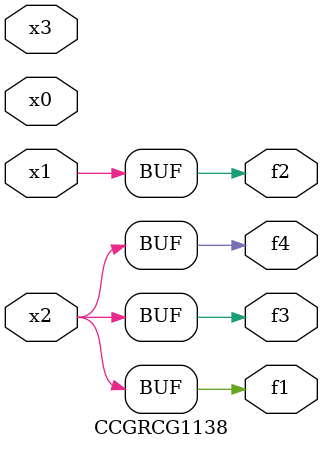
<source format=v>
module CCGRCG1138(
	input x0, x1, x2, x3,
	output f1, f2, f3, f4
);
	assign f1 = x2;
	assign f2 = x1;
	assign f3 = x2;
	assign f4 = x2;
endmodule

</source>
